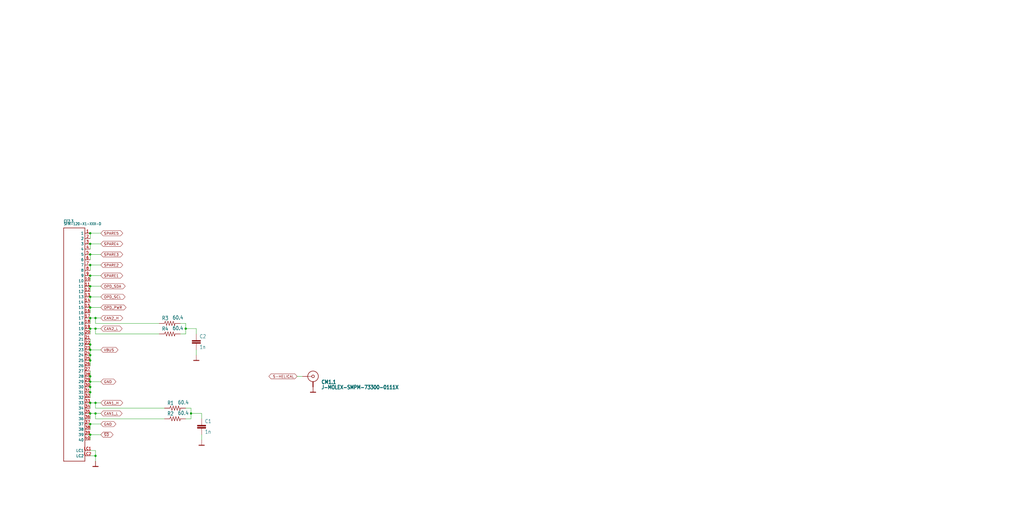
<source format=kicad_sch>
(kicad_sch (version 20211123) (generator eeschema)
  (paper "User" 490.22 254.406)
  (lib_symbols
    (symbol "oresat-backplane-2u-hasp-eagle-import:C-EU0603-C-NOSILK"
      (property "Reference" "C" (at 1.524 0.381 0))
      (property "Value" "C-EU0603-C-NOSILK" (at 1.524 -4.699 0))
      (symbol "C-EU0603-C-NOSILK_1_0"
        (rectangle (start -2.032 -2.032) (end 2.032 -1.524) (fill (type outline)))
        (rectangle (start -2.032 -1.016) (end 2.032 -0.508) (fill (type outline)))
        (polyline (pts (xy 0 -2.54) (xy 0 -2.032)) (stroke (width 0.1524)))
        (polyline (pts (xy 0 0) (xy 0 -0.508)) (stroke (width 0.1524)))
        (pin passive line (at 0 2.54 270) (length 2.54) (name "1") (number "1"))
        (pin passive line (at 0 -5.08 90) (length 2.54) (name "2") (number "2"))
      )
    )
    (symbol "oresat-backplane-2u-hasp-eagle-import:GND" (power)
      (symbol "GND_1_0"
        (polyline (pts (xy -1.27 -2.54) (xy 1.27 -2.54)) (stroke (width 0.4064)))
        (pin power_in line (at 0 0 270) (length 2.54) (name "GND") (number "1"))
      )
    )
    (symbol "oresat-backplane-2u-hasp-eagle-import:J-MOLEX-SMPM-73300-0111X"
      (property "Reference" "CM" (at 3.81 -3.81 0))
      (property "Value" "J-MOLEX-SMPM-73300-0111X" (at 3.81 -6.35 0))
      (symbol "J-MOLEX-SMPM-73300-0111X_1_0"
        (polyline (pts (xy -2.54 0) (xy -0.635 0)) (stroke (width 0.1524)))
        (circle (center 0 0) (radius 0.635) (stroke (width 0.254)))
        (circle (center 0 0) (radius 2.54) (stroke (width 0.254)))
        (pin passive line (at 0 -5.08 90) (length 2.54) (name "SHIELD1") (number "P$1"))
        (pin passive line (at 0 -5.08 90) (length 2.54) (name "SHIELD1") (number "P$2"))
        (pin passive line (at 0 -5.08 90) (length 2.54) (name "SHIELD1") (number "P$3"))
        (pin passive line (at 0 -5.08 90) (length 2.54) (name "SHIELD1") (number "P$4"))
        (pin passive line (at -5.08 0 0) (length 2.54) (name "RF") (number "RF-DOWN"))
      )
    )
    (symbol "oresat-backplane-2u-hasp-eagle-import:R-US_1206-C"
      (property "Reference" "R" (at -3.81 1.4986 0))
      (property "Value" "R-US_1206-C" (at -3.81 -3.302 0))
      (symbol "R-US_1206-C_1_0"
        (polyline (pts (xy -2.54 0) (xy -2.159 1.016)) (stroke (width 0.2032)))
        (polyline (pts (xy -2.159 1.016) (xy -1.524 -1.016)) (stroke (width 0.2032)))
        (polyline (pts (xy -1.524 -1.016) (xy -0.889 1.016)) (stroke (width 0.2032)))
        (polyline (pts (xy -0.889 1.016) (xy -0.254 -1.016)) (stroke (width 0.2032)))
        (polyline (pts (xy -0.254 -1.016) (xy 0.381 1.016)) (stroke (width 0.2032)))
        (polyline (pts (xy 0.381 1.016) (xy 1.016 -1.016)) (stroke (width 0.2032)))
        (polyline (pts (xy 1.016 -1.016) (xy 1.651 1.016)) (stroke (width 0.2032)))
        (polyline (pts (xy 1.651 1.016) (xy 2.286 -1.016)) (stroke (width 0.2032)))
        (polyline (pts (xy 2.286 -1.016) (xy 2.54 0)) (stroke (width 0.2032)))
        (pin passive line (at -5.08 0 0) (length 2.54) (name "1") (number "1"))
        (pin passive line (at 5.08 0 180) (length 2.54) (name "2") (number "2"))
      )
    )
    (symbol "oresat-backplane-2u-hasp-eagle-import:SFM-120-X1-XXX-D"
      (property "Reference" "J" (at -2.54 50.8 0))
      (property "Value" "SFM-120-X1-XXX-D" (at -2.54 49.53 0))
      (symbol "SFM-120-X1-XXX-D_1_0"
        (polyline (pts (xy -2.54 -63.5) (xy -2.54 48.26)) (stroke (width 0.254)))
        (polyline (pts (xy -2.54 48.26) (xy 7.62 48.26)) (stroke (width 0.254)))
        (polyline (pts (xy 7.62 -63.5) (xy -2.54 -63.5)) (stroke (width 0.254)))
        (polyline (pts (xy 7.62 48.26) (xy 7.62 -63.5)) (stroke (width 0.254)))
        (pin passive line (at 10.16 45.72 180) (length 2.54) (name "1") (number "1"))
        (pin passive line (at 10.16 22.86 180) (length 2.54) (name "10") (number "10"))
        (pin passive line (at 10.16 20.32 180) (length 2.54) (name "11") (number "11"))
        (pin passive line (at 10.16 17.78 180) (length 2.54) (name "12") (number "12"))
        (pin passive line (at 10.16 15.24 180) (length 2.54) (name "13") (number "13"))
        (pin passive line (at 10.16 12.7 180) (length 2.54) (name "14") (number "14"))
        (pin passive line (at 10.16 10.16 180) (length 2.54) (name "15") (number "15"))
        (pin passive line (at 10.16 7.62 180) (length 2.54) (name "16") (number "16"))
        (pin passive line (at 10.16 5.08 180) (length 2.54) (name "17") (number "17"))
        (pin passive line (at 10.16 2.54 180) (length 2.54) (name "18") (number "18"))
        (pin passive line (at 10.16 0 180) (length 2.54) (name "19") (number "19"))
        (pin passive line (at 10.16 43.18 180) (length 2.54) (name "2") (number "2"))
        (pin passive line (at 10.16 -2.54 180) (length 2.54) (name "20") (number "20"))
        (pin passive line (at 10.16 -5.08 180) (length 2.54) (name "21") (number "21"))
        (pin passive line (at 10.16 -7.62 180) (length 2.54) (name "22") (number "22"))
        (pin passive line (at 10.16 -10.16 180) (length 2.54) (name "23") (number "23"))
        (pin passive line (at 10.16 -12.7 180) (length 2.54) (name "24") (number "24"))
        (pin passive line (at 10.16 -15.24 180) (length 2.54) (name "25") (number "25"))
        (pin passive line (at 10.16 -17.78 180) (length 2.54) (name "26") (number "26"))
        (pin passive line (at 10.16 -20.32 180) (length 2.54) (name "27") (number "27"))
        (pin passive line (at 10.16 -22.86 180) (length 2.54) (name "28") (number "28"))
        (pin passive line (at 10.16 -25.4 180) (length 2.54) (name "29") (number "29"))
        (pin passive line (at 10.16 40.64 180) (length 2.54) (name "3") (number "3"))
        (pin passive line (at 10.16 -27.94 180) (length 2.54) (name "30") (number "30"))
        (pin passive line (at 10.16 -30.48 180) (length 2.54) (name "31") (number "31"))
        (pin passive line (at 10.16 -33.02 180) (length 2.54) (name "32") (number "32"))
        (pin passive line (at 10.16 -35.56 180) (length 2.54) (name "33") (number "33"))
        (pin passive line (at 10.16 -38.1 180) (length 2.54) (name "34") (number "34"))
        (pin passive line (at 10.16 -40.64 180) (length 2.54) (name "35") (number "35"))
        (pin passive line (at 10.16 -43.18 180) (length 2.54) (name "36") (number "36"))
        (pin passive line (at 10.16 -45.72 180) (length 2.54) (name "37") (number "37"))
        (pin passive line (at 10.16 -48.26 180) (length 2.54) (name "38") (number "38"))
        (pin passive line (at 10.16 -50.8 180) (length 2.54) (name "39") (number "39"))
        (pin passive line (at 10.16 38.1 180) (length 2.54) (name "4") (number "4"))
        (pin passive line (at 10.16 -53.34 180) (length 2.54) (name "40") (number "40"))
        (pin passive line (at 10.16 35.56 180) (length 2.54) (name "5") (number "5"))
        (pin passive line (at 10.16 33.02 180) (length 2.54) (name "6") (number "6"))
        (pin passive line (at 10.16 30.48 180) (length 2.54) (name "7") (number "7"))
        (pin passive line (at 10.16 27.94 180) (length 2.54) (name "8") (number "8"))
        (pin passive line (at 10.16 25.4 180) (length 2.54) (name "9") (number "9"))
        (pin passive line (at 10.16 -58.42 180) (length 2.54) (name "LC1") (number "LC1"))
        (pin passive line (at 10.16 -60.96 180) (length 2.54) (name "LC2") (number "LC2"))
      )
    )
  )
  (junction (at 43.18 142.24))
  (junction (at 43.18 187.96))
  (junction (at 43.18 152.4))
  (junction (at 43.18 167.64))
  (junction (at 45.72 198.12))
  (junction (at 43.18 193.04))
  (junction (at 43.18 172.72))
  (junction (at 43.18 182.88))
  (junction (at 43.18 185.42))
  (junction (at 43.18 203.2))
  (junction (at 43.18 208.28))
  (junction (at 91.44 198.12))
  (junction (at 43.18 198.12))
  (junction (at 43.18 165.1))
  (junction (at 43.18 180.34))
  (junction (at 45.72 218.44))
  (junction (at 43.18 147.32))
  (junction (at 43.18 137.16))
  (junction (at 45.72 152.4))
  (junction (at 43.18 111.76))
  (junction (at 45.72 157.48))
  (junction (at 43.18 121.92))
  (junction (at 43.18 116.84))
  (junction (at 43.18 170.18))
  (junction (at 88.9 157.48))
  (junction (at 45.72 193.04))
  (junction (at 43.18 157.48))
  (junction (at 43.18 127))
  (junction (at 43.18 132.08))
  (wire (pts (xy 45.72 218.44) (xy 45.72 220.98)))
  (wire (pts (xy 43.18 132.08) (xy 43.18 134.62)))
  (wire (pts (xy 43.18 142.24) (xy 43.18 144.78)))
  (wire (pts (xy 88.9 195.58) (xy 91.44 195.58)))
  (wire (pts (xy 43.18 180.34) (xy 43.18 182.88)))
  (wire (pts (xy 96.52 208.28) (xy 96.52 210.82)))
  (wire (pts (xy 45.72 152.4) (xy 45.72 154.94)))
  (wire (pts (xy 43.18 111.76) (xy 43.18 114.3)))
  (wire (pts (xy 48.26 167.64) (xy 43.18 167.64)))
  (wire (pts (xy 91.44 200.66) (xy 88.9 200.66)))
  (wire (pts (xy 43.18 139.7) (xy 43.18 137.16)))
  (wire (pts (xy 43.18 203.2) (xy 43.18 205.74)))
  (wire (pts (xy 86.36 154.94) (xy 88.9 154.94)))
  (wire (pts (xy 48.26 198.12) (xy 45.72 198.12)))
  (wire (pts (xy 43.18 167.64) (xy 43.18 170.18)))
  (wire (pts (xy 88.9 154.94) (xy 88.9 157.48)))
  (wire (pts (xy 48.26 152.4) (xy 45.72 152.4)))
  (wire (pts (xy 88.9 160.02) (xy 86.36 160.02)))
  (wire (pts (xy 43.18 116.84) (xy 48.26 116.84)))
  (wire (pts (xy 91.44 198.12) (xy 96.52 198.12)))
  (wire (pts (xy 43.18 147.32) (xy 43.18 149.86)))
  (wire (pts (xy 88.9 157.48) (xy 93.98 157.48)))
  (wire (pts (xy 43.18 121.92) (xy 43.18 124.46)))
  (wire (pts (xy 45.72 193.04) (xy 43.18 193.04)))
  (wire (pts (xy 43.18 185.42) (xy 43.18 187.96)))
  (wire (pts (xy 48.26 137.16) (xy 43.18 137.16)))
  (wire (pts (xy 48.26 193.04) (xy 45.72 193.04)))
  (wire (pts (xy 43.18 162.56) (xy 43.18 165.1)))
  (wire (pts (xy 45.72 152.4) (xy 43.18 152.4)))
  (wire (pts (xy 43.18 208.28) (xy 43.18 210.82)))
  (wire (pts (xy 43.18 142.24) (xy 48.26 142.24)))
  (wire (pts (xy 45.72 157.48) (xy 45.72 160.02)))
  (wire (pts (xy 43.18 187.96) (xy 43.18 190.5)))
  (wire (pts (xy 48.26 127) (xy 43.18 127)))
  (wire (pts (xy 45.72 198.12) (xy 43.18 198.12)))
  (wire (pts (xy 43.18 165.1) (xy 43.18 167.64)))
  (wire (pts (xy 43.18 182.88) (xy 43.18 185.42)))
  (wire (pts (xy 96.52 200.66) (xy 96.52 198.12)))
  (wire (pts (xy 93.98 167.64) (xy 93.98 170.18)))
  (wire (pts (xy 45.72 195.58) (xy 45.72 193.04)))
  (wire (pts (xy 43.18 157.48) (xy 43.18 160.02)))
  (wire (pts (xy 43.18 172.72) (xy 43.18 175.26)))
  (wire (pts (xy 91.44 198.12) (xy 91.44 200.66)))
  (wire (pts (xy 43.18 215.9) (xy 45.72 215.9)))
  (wire (pts (xy 45.72 160.02) (xy 76.2 160.02)))
  (wire (pts (xy 43.18 218.44) (xy 45.72 218.44)))
  (wire (pts (xy 45.72 215.9) (xy 45.72 218.44)))
  (wire (pts (xy 93.98 157.48) (xy 93.98 160.02)))
  (wire (pts (xy 48.26 147.32) (xy 43.18 147.32)))
  (wire (pts (xy 43.18 121.92) (xy 48.26 121.92)))
  (wire (pts (xy 43.18 193.04) (xy 43.18 195.58)))
  (wire (pts (xy 91.44 195.58) (xy 91.44 198.12)))
  (wire (pts (xy 43.18 127) (xy 43.18 129.54)))
  (wire (pts (xy 45.72 154.94) (xy 76.2 154.94)))
  (wire (pts (xy 43.18 116.84) (xy 43.18 119.38)))
  (wire (pts (xy 45.72 200.66) (xy 45.72 198.12)))
  (wire (pts (xy 48.26 182.88) (xy 43.18 182.88)))
  (wire (pts (xy 78.74 200.66) (xy 45.72 200.66)))
  (wire (pts (xy 43.18 111.76) (xy 48.26 111.76)))
  (wire (pts (xy 48.26 208.28) (xy 43.18 208.28)))
  (wire (pts (xy 43.18 177.8) (xy 43.18 180.34)))
  (wire (pts (xy 48.26 203.2) (xy 43.18 203.2)))
  (wire (pts (xy 78.74 195.58) (xy 45.72 195.58)))
  (wire (pts (xy 48.26 157.48) (xy 45.72 157.48)))
  (wire (pts (xy 48.26 132.08) (xy 43.18 132.08)))
  (wire (pts (xy 88.9 157.48) (xy 88.9 160.02)))
  (wire (pts (xy 144.78 180.34) (xy 142.24 180.34)))
  (wire (pts (xy 43.18 170.18) (xy 43.18 172.72)))
  (wire (pts (xy 43.18 154.94) (xy 43.18 152.4)))
  (wire (pts (xy 43.18 198.12) (xy 43.18 200.66)))
  (wire (pts (xy 45.72 157.48) (xy 43.18 157.48)))
  (global_label "S-HELICAL" (shape bidirectional) (at 142.24 180.34 180) (effects (font (size 1.2446 1.2446))) (property "Intersheet References" "${INTERSHEET_REFS}" (effects hide)))
  (global_label "CAN2_H" (shape bidirectional) (at 48.26 152.4 0) (effects (font (size 1.2446 1.2446))) (property "Intersheet References" "${INTERSHEET_REFS}" (effects hide)))
  (global_label "SPARE1" (shape bidirectional) (at 48.26 132.08 0) (effects (font (size 1.2446 1.2446))) (property "Intersheet References" "${INTERSHEET_REFS}" (effects hide)))
  (global_label "VBUS" (shape bidirectional) (at 48.26 167.64 0) (effects (font (size 1.2446 1.2446))) (property "Intersheet References" "${INTERSHEET_REFS}" (effects hide)))
  (global_label "CAN1_L" (shape bidirectional) (at 48.26 198.12 0) (effects (font (size 1.2446 1.2446))) (property "Intersheet References" "${INTERSHEET_REFS}" (effects hide)))
  (global_label "SPARE5" (shape bidirectional) (at 48.26 111.76 0) (effects (font (size 1.2446 1.2446))) (property "Intersheet References" "${INTERSHEET_REFS}" (effects hide)))
  (global_label "OPD_PWR" (shape bidirectional) (at 48.26 147.32 0) (effects (font (size 1.2446 1.2446))) (property "Intersheet References" "${INTERSHEET_REFS}" (effects hide)))
  (global_label "~{SD}" (shape bidirectional) (at 48.26 208.28 0) (effects (font (size 1.2446 1.2446))) (property "Intersheet References" "${INTERSHEET_REFS}" (effects hide)))
  (global_label "CAN1_H" (shape bidirectional) (at 48.26 193.04 0) (effects (font (size 1.2446 1.2446))) (property "Intersheet References" "${INTERSHEET_REFS}" (effects hide)))
  (global_label "OPD_SCL" (shape bidirectional) (at 48.26 142.24 0) (effects (font (size 1.2446 1.2446))) (property "Intersheet References" "${INTERSHEET_REFS}" (effects hide)))
  (global_label "SPARE4" (shape bidirectional) (at 48.26 116.84 0) (effects (font (size 1.2446 1.2446))) (property "Intersheet References" "${INTERSHEET_REFS}" (effects hide)))
  (global_label "SPARE3" (shape bidirectional) (at 48.26 121.92 0) (effects (font (size 1.2446 1.2446))) (property "Intersheet References" "${INTERSHEET_REFS}" (effects hide)))
  (global_label "GND" (shape bidirectional) (at 48.26 182.88 0) (effects (font (size 1.2446 1.2446))) (property "Intersheet References" "${INTERSHEET_REFS}" (effects hide)))
  (global_label "GND" (shape bidirectional) (at 48.26 203.2 0) (effects (font (size 1.2446 1.2446))) (property "Intersheet References" "${INTERSHEET_REFS}" (effects hide)))
  (global_label "CAN2_L" (shape bidirectional) (at 48.26 157.48 0) (effects (font (size 1.2446 1.2446))) (property "Intersheet References" "${INTERSHEET_REFS}" (effects hide)))
  (global_label "OPD_SDA" (shape bidirectional) (at 48.26 137.16 0) (effects (font (size 1.2446 1.2446))) (property "Intersheet References" "${INTERSHEET_REFS}" (effects hide)))
  (global_label "SPARE2" (shape bidirectional) (at 48.26 127 0) (effects (font (size 1.2446 1.2446))) (property "Intersheet References" "${INTERSHEET_REFS}" (effects hide)))
  (symbol (lib_id "oresat-backplane-2u-hasp-eagle-import:R-US_1206-C") (at 81.28 154.94 0) (unit 1)
    (property "Reference" "R3" (at 77.47 153.4414 0) (effects (font (size 1.778 1.5113)) (justify left bottom)))
    (property "Value" "60.4" (at 82.55 153.162 0) (effects (font (size 1.778 1.5113)) (justify left bottom)))
    (property "Footprint" "oresat-backplane-2u-hasp:1206-C" (effects hide))
  )
  (symbol (lib_id "oresat-backplane-2u-hasp-eagle-import:SFM-120-X1-XXX-D") (at 33.02 157.48 0) (unit 1)
    (property "Reference" "CF2.3" (at 30.48 106.68 0) (effects (font (size 1.27 1.0795)) (justify left bottom)))
    (property "Value" "SFM-120-X1-XXX-D" (at 30.48 107.95 0) (effects (font (size 1.27 1.0795)) (justify left bottom)))
    (property "Footprint" "oresat-backplane-2u-hasp:SFM-120-X1-XXX-D" (effects hide))
  )
  (symbol (lib_id "oresat-backplane-2u-hasp-eagle-import:C-EU0603-C-NOSILK") (at 96.52 203.2 0) (unit 1)
    (property "Reference" "C1" (at 98.044 202.819 0) (effects (font (size 1.778 1.5113)) (justify left bottom)))
    (property "Value" "1n" (at 98.044 207.899 0) (effects (font (size 1.778 1.5113)) (justify left bottom)))
    (property "Footprint" "oresat-backplane-2u-hasp:.0603-C-NOSILK" (effects hide))
  )
  (symbol (lib_id "oresat-backplane-2u-hasp-eagle-import:R-US_1206-C") (at 83.82 195.58 0) (unit 1)
    (property "Reference" "R1" (at 80.01 194.0814 0) (effects (font (size 1.778 1.5113)) (justify left bottom)))
    (property "Value" "60.4" (at 85.09 193.802 0) (effects (font (size 1.778 1.5113)) (justify left bottom)))
    (property "Footprint" "oresat-backplane-2u-hasp:1206-C" (effects hide))
  )
  (symbol (lib_id "oresat-backplane-2u-hasp-eagle-import:J-MOLEX-SMPM-73300-0111X") (at 149.86 180.34 0) (unit 1)
    (property "Reference" "CM1.1" (at 153.67 184.15 0) (effects (font (size 1.778 1.5113) bold) (justify left bottom)))
    (property "Value" "J-MOLEX-SMPM-73300-0111X" (at 153.67 186.69 0) (effects (font (size 1.778 1.5113) bold) (justify left bottom)))
    (property "Footprint" "oresat-backplane-2u-hasp:J-MOLEX-SMPM-73300-0111X" (effects hide))
  )
  (symbol (lib_id "oresat-backplane-2u-hasp-eagle-import:R-US_1206-C") (at 81.28 160.02 0) (unit 1)
    (property "Reference" "R4" (at 77.47 158.5214 0) (effects (font (size 1.778 1.5113)) (justify left bottom)))
    (property "Value" "60.4" (at 82.55 158.242 0) (effects (font (size 1.778 1.5113)) (justify left bottom)))
    (property "Footprint" "oresat-backplane-2u-hasp:1206-C" (effects hide))
  )
  (symbol (lib_id "oresat-backplane-2u-hasp-eagle-import:GND") (at 149.86 185.42 0) (unit 1)
    (property "Reference" "#GND14" (effects hide))
    (property "Value" "GND" (effects hide))
    (property "Footprint" "oresat-backplane-2u-hasp:" (effects hide))
  )
  (symbol (lib_id "oresat-backplane-2u-hasp-eagle-import:R-US_1206-C") (at 83.82 200.66 0) (unit 1)
    (property "Reference" "R2" (at 80.01 199.1614 0) (effects (font (size 1.778 1.5113)) (justify left bottom)))
    (property "Value" "60.4" (at 85.09 198.882 0) (effects (font (size 1.778 1.5113)) (justify left bottom)))
    (property "Footprint" "oresat-backplane-2u-hasp:1206-C" (effects hide))
  )
  (symbol (lib_id "oresat-backplane-2u-hasp-eagle-import:C-EU0603-C-NOSILK") (at 93.98 162.56 0) (unit 1)
    (property "Reference" "C2" (at 95.504 162.179 0) (effects (font (size 1.778 1.5113)) (justify left bottom)))
    (property "Value" "1n" (at 95.504 167.259 0) (effects (font (size 1.778 1.5113)) (justify left bottom)))
    (property "Footprint" "oresat-backplane-2u-hasp:.0603-C-NOSILK" (effects hide))
  )
  (symbol (lib_id "oresat-backplane-2u-hasp-eagle-import:GND") (at 93.98 170.18 0) (unit 1)
    (property "Reference" "#GND15" (effects hide))
    (property "Value" "GND" (effects hide))
    (property "Footprint" "oresat-backplane-2u-hasp:" (effects hide))
  )
  (symbol (lib_id "oresat-backplane-2u-hasp-eagle-import:GND") (at 45.72 220.98 0) (unit 1)
    (property "Reference" "#GND90" (effects hide))
    (property "Value" "GND" (effects hide))
    (property "Footprint" "oresat-backplane-2u-hasp:" (effects hide))
  )
  (symbol (lib_id "oresat-backplane-2u-hasp-eagle-import:GND") (at 96.52 210.82 0) (unit 1)
    (property "Reference" "#GND16" (effects hide))
    (property "Value" "GND" (effects hide))
    (property "Footprint" "oresat-backplane-2u-hasp:" (effects hide))
  )
)
</source>
